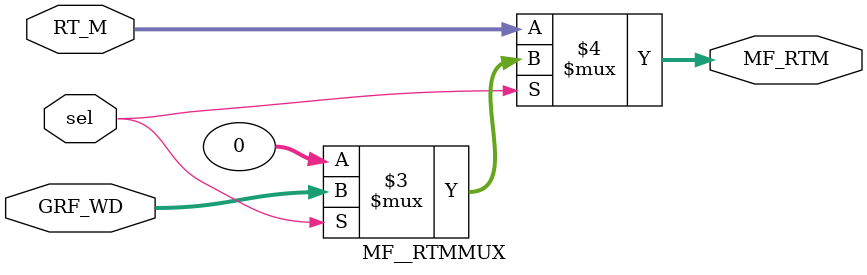
<source format=v>
`timescale 1ns / 1ps
module MF__RSDMUX(
	input [2:0] sel,
	input [31:0] RD1, PC8_E, ALUOut_M, PC8_M, GRF_WD,
	output [31:0] MF_RSD
    );
	
	assign MF_RSD = ( sel == 3'b000 ? RD1 : 
					( sel == 3'b001 ? PC8_E : 
					( sel == 3'b010 ? ALUOut_M : 
					( sel == 3'b011 ? PC8_M : 
					(sel == 3'b100 ? GRF_WD : 0) ) ) ) );
endmodule

module MF__RTDMUX(
	input [2:0] sel,
	input [31:0] RD2, PC8_E, ALUOut_M, PC8_M, GRF_WD,
	output [31:0] MF_RTD
    );
	
	assign MF_RTD = ( sel == 3'b000 ? RD2 : 
					( sel == 3'b001 ? PC8_E : 
					( sel == 3'b010 ? ALUOut_M : 
					( sel == 3'b011 ? PC8_M : 
					(sel == 3'b100 ? GRF_WD : 0) ) ) ) );
endmodule

module MF__RSEMUX(
	input [1:0] sel,
	input [31:0] RS_E, ALUOut_M, PC8_M, GRF_WD,
	output [31:0] MF_RSE
    );
	
	assign MF_RSE = ( sel == 2'b00 ? RS_E : 
					( sel == 2'b01 ? ALUOut_M : 
					( sel == 2'b10 ?  PC8_M : 
					( sel == 2'b11 ? GRF_WD : 0) ) ) );
endmodule

module MF__RTEMUX(
	input [1:0] sel,
	input [31:0] RT_E, ALUOut_M, PC8_M, GRF_WD,
	output [31:0] MF_RTE
    );
	
	assign MF_RTE = (sel == 2'b00 ? RT_E : 
					( sel == 2'b01 ? ALUOut_M : 
					( sel == 2'b10 ?  PC8_M : 
					( sel == 2'b11 ? GRF_WD : 0) ) ) );
endmodule

module MF__RTMMUX(
	input sel,
	input [31:0] RT_M, GRF_WD,
	output [31:0] MF_RTM
);

	assign MF_RTM = ( sel == 1'b0 ? RT_M :
					( sel == 1'b1 ? GRF_WD : 0 ) );
endmodule

</source>
